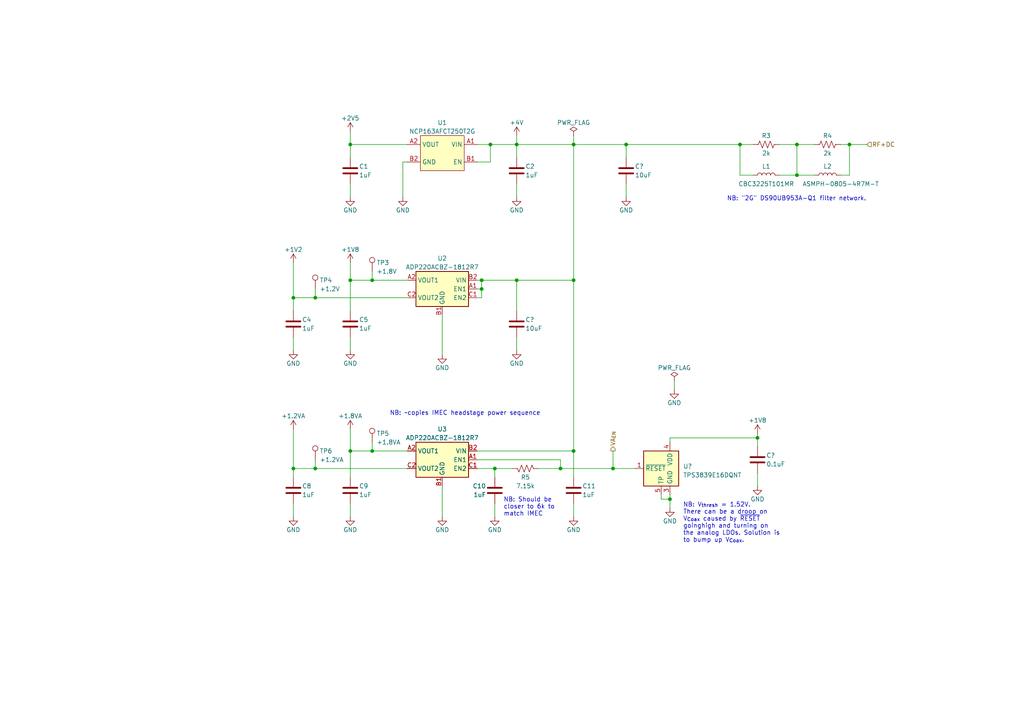
<source format=kicad_sch>
(kicad_sch (version 20230121) (generator eeschema)
  (paper "A4")
  (title_block (title "ONIX Neuropixels 1.0 Economical Headstage") (date "2021-12-16") (rev "B") (company "Open Ephys, Inc") (comment 1 "Jonathan P. Newman"))
  (lib_symbols
    (symbol "Connector:TestPoint" (pin_numbers hide) (pin_names (offset 0.762) hide)
      (property "Reference" "TP" (at 0 6.858 0))
      (property "Value" "TestPoint" (at 0 5.08 0))
      (symbol "TestPoint_0_1"
        (circle (center 0 3.302) (radius 0.762))
      )
      (symbol "TestPoint_1_1"
        (pin passive line (at 0 0 90) (length 2.54) (name "1") (number "1"))
      )
    )
    (symbol "Device:C" (pin_numbers hide) (pin_names (offset 0.254))
      (property "Reference" "C" (at 0.635 2.54 0))
      (property "Value" "C" (at 0.635 -2.54 0))
      (symbol "C_0_1"
        (polyline (pts (xy -2.032 -0.762) (xy 2.032 -0.762)) (stroke (width 0.508)))
        (polyline (pts (xy -2.032 0.762) (xy 2.032 0.762)) (stroke (width 0.508)))
      )
      (symbol "C_1_1"
        (pin passive line (at 0 3.81 270) (length 2.794) (name "~") (number "1"))
        (pin passive line (at 0 -3.81 90) (length 2.794) (name "~") (number "2"))
      )
    )
    (symbol "Device:L" (pin_numbers hide) (pin_names (offset 1.016) hide)
      (property "Reference" "L" (at -1.27 0 90))
      (property "Value" "L" (at 1.905 0 90))
      (symbol "L_0_1"
        (arc (start 0 -2.54) (mid 0.6323 -1.905) (end 0 -1.27))
        (arc (start 0 -1.27) (mid 0.6323 -0.635) (end 0 0))
        (arc (start 0 0) (mid 0.6323 0.635) (end 0 1.27))
        (arc (start 0 1.27) (mid 0.6323 1.905) (end 0 2.54))
      )
      (symbol "L_1_1"
        (pin passive line (at 0 3.81 270) (length 1.27) (name "1") (number "1"))
        (pin passive line (at 0 -3.81 90) (length 1.27) (name "2") (number "2"))
      )
    )
    (symbol "Device:R_US" (pin_numbers hide) (pin_names (offset 0))
      (property "Reference" "R" (at 2.54 0 90))
      (property "Value" "R_US" (at -2.54 0 90))
      (symbol "R_US_0_1"
        (polyline (pts (xy 0 -2.286) (xy 0 -2.54)))
        (polyline (pts (xy 0 2.286) (xy 0 2.54)))
        (polyline (pts (xy 0 -0.762) (xy 1.016 -1.143) (xy 0 -1.524) (xy -1.016 -1.905) (xy 0 -2.286)))
        (polyline (pts (xy 0 0.762) (xy 1.016 0.381) (xy 0 0) (xy -1.016 -0.381) (xy 0 -0.762)))
        (polyline (pts (xy 0 2.286) (xy 1.016 1.905) (xy 0 1.524) (xy -1.016 1.143) (xy 0 0.762)))
      )
      (symbol "R_US_1_1"
        (pin passive line (at 0 3.81 270) (length 1.27) (name "~") (number "1"))
        (pin passive line (at 0 -3.81 90) (length 1.27) (name "~") (number "2"))
      )
    )
    (symbol "Power_Supervisor:TPS3839DQN"
      (property "Reference" "U" (at 2.54 8.89 0))
      (property "Value" "TPS3839DQN" (at 2.54 6.35 0))
      (symbol "TPS3839DQN_0_1"
        (rectangle (start -2.54 5.08) (end 7.62 -5.08) (stroke (width 0.254)) (fill (type background)))
      )
      (symbol "TPS3839DQN_1_1"
        (pin output line (at 10.16 0 180) (length 2.54) (name "~{RESET}") (number "1"))
        (pin no_connect line (at -2.54 0 0) (length 2.54) hide (name "NC") (number "2"))
        (pin power_in line (at 0 -7.62 90) (length 2.54) (name "GND") (number "3"))
        (pin power_in line (at 0 7.62 270) (length 2.54) (name "VDD") (number "4"))
        (pin power_in line (at 2.54 -7.62 90) (length 2.54) (name "TP") (number "5"))
      )
    )
    (symbol "jonnew:+1.2VA" (power) (pin_names (offset 0))
      (property "Value" "+1.2VA" (at 0 3.556 0))
      (symbol "+1.2VA_0_1"
        (polyline (pts (xy -0.762 1.27) (xy 0 2.54)))
        (polyline (pts (xy 0 0) (xy 0 2.54)))
        (polyline (pts (xy 0 2.54) (xy 0.762 1.27)))
      )
      (symbol "+1.2VA_1_1"
        (pin power_in line (at 0 0 90) (length 0) hide (name "+1.2VA") (number "1"))
      )
    )
    (symbol "jonnew:+1.8VA" (power) (pin_names (offset 0))
      (property "Value" "+1.8VA" (at 0 3.556 0))
      (symbol "+1.8VA_0_1"
        (polyline (pts (xy -0.762 1.27) (xy 0 2.54)))
        (polyline (pts (xy 0 0) (xy 0 2.54)))
        (polyline (pts (xy 0 2.54) (xy 0.762 1.27)))
      )
      (symbol "+1.8VA_1_1"
        (pin power_in line (at 0 0 90) (length 0) hide (name "+1.8VA") (number "1"))
      )
    )
    (symbol "jonnew:LDO_EN"
      (property "Reference" "U" (at 0 8.89 0))
      (property "Value" "LDO_EN" (at 0 6.35 0))
      (symbol "LDO_EN_0_1"
        (rectangle (start -6.35 5.08) (end 6.35 -5.08) (stroke (width 0.1524)) (fill (type background)))
      )
      (symbol "LDO_EN_1_1"
        (pin power_in line (at -10.16 2.54 0) (length 3.81) (name "VIN") (number "A1"))
        (pin power_out line (at 10.16 2.54 180) (length 3.81) (name "VOUT") (number "A2"))
        (pin input line (at -10.16 -2.54 0) (length 3.81) (name "EN") (number "B1"))
        (pin power_in line (at 10.16 -2.54 180) (length 3.81) (name "GND") (number "B2"))
      )
    )
    (symbol "open-ephys:ADP22xXXXX"
      (property "Reference" "U" (at 0 8.89 0))
      (property "Value" "ADP22xXXXX" (at 0 6.35 0))
      (symbol "ADP22xXXXX_0_1"
        (rectangle (start -7.62 5.08) (end 7.62 -5.08) (stroke (width 0.254)) (fill (type background)))
      )
      (symbol "ADP22xXXXX_1_1"
        (pin input line (at -10.16 0 0) (length 2.54) (name "EN1") (number "A1"))
        (pin power_out line (at 10.16 2.54 180) (length 2.54) (name "VOUT1") (number "A2"))
        (pin power_in line (at 0 -7.62 90) (length 2.54) (name "GND") (number "B1"))
        (pin power_in line (at -10.16 2.54 0) (length 2.54) (name "VIN") (number "B2"))
        (pin input line (at -10.16 -2.54 0) (length 2.54) (name "EN2") (number "C1"))
        (pin power_out line (at 10.16 -2.54 180) (length 2.54) (name "VOUT2") (number "C2"))
      )
    )
    (symbol "power:+1V2" (power) (pin_names (offset 0))
      (property "Value" "+1V2" (at 0 3.556 0))
      (symbol "+1V2_0_1"
        (polyline (pts (xy -0.762 1.27) (xy 0 2.54)))
        (polyline (pts (xy 0 0) (xy 0 2.54)))
        (polyline (pts (xy 0 2.54) (xy 0.762 1.27)))
      )
      (symbol "+1V2_1_1"
        (pin power_in line (at 0 0 90) (length 0) hide (name "+1V2") (number "1"))
      )
    )
    (symbol "power:+1V8" (power) (pin_names (offset 0))
      (property "Value" "+1V8" (at 0 3.556 0))
      (symbol "+1V8_0_1"
        (polyline (pts (xy -0.762 1.27) (xy 0 2.54)))
        (polyline (pts (xy 0 0) (xy 0 2.54)))
        (polyline (pts (xy 0 2.54) (xy 0.762 1.27)))
      )
      (symbol "+1V8_1_1"
        (pin power_in line (at 0 0 90) (length 0) hide (name "+1V8") (number "1"))
      )
    )
    (symbol "power:+2V5" (power) (pin_names (offset 0))
      (property "Value" "+2V5" (at 0 3.556 0))
      (symbol "+2V5_0_1"
        (polyline (pts (xy -0.762 1.27) (xy 0 2.54)))
        (polyline (pts (xy 0 0) (xy 0 2.54)))
        (polyline (pts (xy 0 2.54) (xy 0.762 1.27)))
      )
      (symbol "+2V5_1_1"
        (pin power_in line (at 0 0 90) (length 0) hide (name "+2V5") (number "1"))
      )
    )
    (symbol "power:+4V" (power) (pin_names (offset 0))
      (property "Value" "+4V" (at 0 3.556 0))
      (symbol "+4V_0_1"
        (polyline (pts (xy -0.762 1.27) (xy 0 2.54)))
        (polyline (pts (xy 0 0) (xy 0 2.54)))
        (polyline (pts (xy 0 2.54) (xy 0.762 1.27)))
      )
      (symbol "+4V_1_1"
        (pin power_in line (at 0 0 90) (length 0) hide (name "+4V") (number "1"))
      )
    )
    (symbol "power:GND" (power) (pin_names (offset 0))
      (property "Value" "GND" (at 0 -3.81 0))
      (symbol "GND_0_1"
        (polyline (pts (xy 0 0) (xy 0 -1.27) (xy 1.27 -1.27) (xy 0 -2.54) (xy -1.27 -1.27) (xy 0 -1.27)))
      )
      (symbol "GND_1_1"
        (pin power_in line (at 0 0 270) (length 0) hide (name "GND") (number "1"))
      )
    )
    (symbol "power:PWR_FLAG" (power) (pin_numbers hide) (pin_names (offset 0) hide)
      (property "Value" "PWR_FLAG" (at 0 3.81 0))
      (symbol "PWR_FLAG_0_0"
        (pin power_out line (at 0 0 90) (length 0) (name "pwr") (number "1"))
      )
      (symbol "PWR_FLAG_0_1"
        (polyline (pts (xy 0 0) (xy 0 1.27) (xy -1.016 1.905) (xy 0 2.54) (xy 1.016 1.905) (xy 0 1.27)))
      )
    )
  )
  (junction (at 85.09 135.89))
  (junction (at 139.7 83.82))
  (junction (at 246.38 41.91))
  (junction (at 162.56 135.89))
  (junction (at 101.6 41.91))
  (junction (at 194.31 144.78))
  (junction (at 149.86 41.91))
  (junction (at 139.7 81.28))
  (junction (at 107.95 81.28))
  (junction (at 166.37 130.81))
  (junction (at 166.37 41.91))
  (junction (at 214.63 41.91))
  (junction (at 181.61 41.91))
  (junction (at 85.09 86.36))
  (junction (at 142.24 41.91))
  (junction (at 177.8 135.89))
  (junction (at 149.86 81.28))
  (junction (at 107.95 130.81))
  (junction (at 101.6 130.81))
  (junction (at 231.14 41.91))
  (junction (at 143.51 135.89))
  (junction (at 166.37 81.28))
  (junction (at 231.14 50.8))
  (junction (at 101.6 81.28))
  (junction (at 91.44 86.36))
  (junction (at 219.71 127))
  (junction (at 91.44 135.89))
  (wire (pts (xy 166.37 130.81) (xy 166.37 138.43)))
  (wire (pts (xy 107.95 130.81) (xy 101.6 130.81)))
  (wire (pts (xy 101.6 130.81) (xy 101.6 138.43)))
  (wire (pts (xy 218.44 50.8) (xy 214.63 50.8)))
  (wire (pts (xy 214.63 50.8) (xy 214.63 41.91)))
  (wire (pts (xy 219.71 127) (xy 219.71 129.54)))
  (wire (pts (xy 166.37 39.37) (xy 166.37 41.91)))
  (wire (pts (xy 149.86 39.37) (xy 149.86 41.91)))
  (wire (pts (xy 166.37 41.91) (xy 181.61 41.91)))
  (wire (pts (xy 181.61 41.91) (xy 214.63 41.91)))
  (wire (pts (xy 181.61 41.91) (xy 181.61 45.72)))
  (wire (pts (xy 231.14 41.91) (xy 236.22 41.91)))
  (wire (pts (xy 226.06 41.91) (xy 231.14 41.91)))
  (wire (pts (xy 243.84 41.91) (xy 246.38 41.91)))
  (wire (pts (xy 246.38 50.8) (xy 243.84 50.8)))
  (wire (pts (xy 246.38 41.91) (xy 246.38 50.8)))
  (wire (pts (xy 149.86 81.28) (xy 166.37 81.28)))
  (wire (pts (xy 166.37 130.81) (xy 138.43 130.81)))
  (wire (pts (xy 101.6 97.79) (xy 101.6 101.6)))
  (wire (pts (xy 177.8 130.81) (xy 177.8 135.89)))
  (wire (pts (xy 156.21 135.89) (xy 162.56 135.89)))
  (wire (pts (xy 143.51 146.05) (xy 143.51 149.86)))
  (wire (pts (xy 85.09 124.46) (xy 85.09 135.89)))
  (wire (pts (xy 226.06 50.8) (xy 231.14 50.8)))
  (wire (pts (xy 231.14 50.8) (xy 236.22 50.8)))
  (wire (pts (xy 118.11 130.81) (xy 107.95 130.81)))
  (wire (pts (xy 139.7 83.82) (xy 139.7 81.28)))
  (wire (pts (xy 138.43 41.91) (xy 142.24 41.91)))
  (wire (pts (xy 91.44 86.36) (xy 118.11 86.36)))
  (wire (pts (xy 138.43 135.89) (xy 143.51 135.89)))
  (wire (pts (xy 91.44 83.82) (xy 91.44 86.36)))
  (wire (pts (xy 139.7 81.28) (xy 149.86 81.28)))
  (wire (pts (xy 101.6 38.1) (xy 101.6 41.91)))
  (wire (pts (xy 195.58 110.49) (xy 195.58 113.03)))
  (wire (pts (xy 139.7 86.36) (xy 139.7 83.82)))
  (wire (pts (xy 166.37 81.28) (xy 166.37 130.81)))
  (wire (pts (xy 101.6 41.91) (xy 101.6 45.72)))
  (wire (pts (xy 138.43 46.99) (xy 142.24 46.99)))
  (wire (pts (xy 194.31 143.51) (xy 194.31 144.78)))
  (wire (pts (xy 219.71 125.73) (xy 219.71 127)))
  (wire (pts (xy 101.6 146.05) (xy 101.6 149.86)))
  (wire (pts (xy 91.44 135.89) (xy 85.09 135.89)))
  (wire (pts (xy 107.95 128.27) (xy 107.95 130.81)))
  (wire (pts (xy 85.09 146.05) (xy 85.09 149.86)))
  (wire (pts (xy 149.86 41.91) (xy 166.37 41.91)))
  (wire (pts (xy 85.09 97.79) (xy 85.09 101.6)))
  (wire (pts (xy 143.51 135.89) (xy 148.59 135.89)))
  (wire (pts (xy 101.6 81.28) (xy 107.95 81.28)))
  (wire (pts (xy 214.63 41.91) (xy 218.44 41.91)))
  (wire (pts (xy 219.71 127) (xy 194.31 127)))
  (wire (pts (xy 107.95 78.74) (xy 107.95 81.28)))
  (wire (pts (xy 101.6 41.91) (xy 118.11 41.91)))
  (wire (pts (xy 194.31 144.78) (xy 194.31 147.32)))
  (wire (pts (xy 162.56 133.35) (xy 162.56 135.89)))
  (wire (pts (xy 149.86 41.91) (xy 149.86 45.72)))
  (wire (pts (xy 138.43 81.28) (xy 139.7 81.28)))
  (wire (pts (xy 107.95 81.28) (xy 118.11 81.28)))
  (wire (pts (xy 101.6 76.2) (xy 101.6 81.28)))
  (wire (pts (xy 142.24 41.91) (xy 149.86 41.91)))
  (wire (pts (xy 118.11 135.89) (xy 91.44 135.89)))
  (wire (pts (xy 194.31 127) (xy 194.31 128.27)))
  (wire (pts (xy 91.44 133.35) (xy 91.44 135.89)))
  (wire (pts (xy 116.84 46.99) (xy 116.84 57.15)))
  (wire (pts (xy 118.11 46.99) (xy 116.84 46.99)))
  (wire (pts (xy 85.09 86.36) (xy 91.44 86.36)))
  (wire (pts (xy 246.38 41.91) (xy 251.46 41.91)))
  (wire (pts (xy 101.6 81.28) (xy 101.6 90.17)))
  (wire (pts (xy 166.37 41.91) (xy 166.37 81.28)))
  (wire (pts (xy 138.43 133.35) (xy 162.56 133.35)))
  (wire (pts (xy 191.77 143.51) (xy 191.77 144.78)))
  (wire (pts (xy 138.43 86.36) (xy 139.7 86.36)))
  (wire (pts (xy 166.37 146.05) (xy 166.37 149.86)))
  (wire (pts (xy 194.31 144.78) (xy 191.77 144.78)))
  (wire (pts (xy 231.14 41.91) (xy 231.14 50.8)))
  (wire (pts (xy 85.09 135.89) (xy 85.09 138.43)))
  (wire (pts (xy 181.61 53.34) (xy 181.61 57.15)))
  (wire (pts (xy 219.71 140.97) (xy 219.71 137.16)))
  (wire (pts (xy 162.56 135.89) (xy 177.8 135.89)))
  (wire (pts (xy 177.8 135.89) (xy 184.15 135.89)))
  (wire (pts (xy 85.09 76.2) (xy 85.09 86.36)))
  (wire (pts (xy 142.24 41.91) (xy 142.24 46.99)))
  (wire (pts (xy 128.27 140.97) (xy 128.27 149.86)))
  (wire (pts (xy 128.27 91.44) (xy 128.27 102.87)))
  (wire (pts (xy 101.6 53.34) (xy 101.6 57.15)))
  (wire (pts (xy 149.86 97.79) (xy 149.86 101.6)))
  (wire (pts (xy 149.86 81.28) (xy 149.86 90.17)))
  (wire (pts (xy 149.86 53.34) (xy 149.86 57.15)))
  (wire (pts (xy 143.51 135.89) (xy 143.51 138.43)))
  (wire (pts (xy 101.6 124.46) (xy 101.6 130.81)))
  (wire (pts (xy 85.09 86.36) (xy 85.09 90.17)))
  (wire (pts (xy 138.43 83.82) (xy 139.7 83.82)))
  (text "NB: V_{thresh} = 1.52V.\nThere can be a droop on \nV_{Coax} caused by ~{RESET} \ngoinghigh and turning on \nthe analog LDOs. Solution is\nto bump up V_{Coax}." (at 198.12 157.48 0) (effects (font (size 1.27 1.27)) (justify left bottom)))
  (text "NB: ~copies IMEC headstage power sequence" (at 113.03 120.65 0) (effects (font (size 1.27 1.27)) (justify left bottom)))
  (text "NB: Should be \ncloser to 6k to\nmatch IMEC" (at 146.05 149.86 0) (effects (font (size 1.27 1.27)) (justify left bottom)))
  (text "NB: \"2G\" DS90UB953A-Q1 filter network." (at 210.82 58.42 0) (effects (font (size 1.27 1.27)) (justify left bottom)))
  (hierarchical_label "RF+DC" (shape input) (at 251.46 41.91 0))
  (hierarchical_label "VA_{EN}" (shape output) (at 177.8 130.81 90))
  (symbol (lib_id "Power_Supervisor:TPS3839DQN") (at 194.31 135.89 0) (mirror y) (unit 1)
    (property "Reference" "U?" (at 198.12 135.255 0) (effects (justify right)))
    (property "Value" "TPS3839E16DQNT " (at 198.12 137.795 0) (effects (justify right)))
    (property "Footprint" "Package_SON:Texas_X2SON-4_1x1mm_P0.65mm" (effects hide))
    (property "Datasheet" "http://www.ti.com/lit/ds/sbvs193d/sbvs193d.pdf" (effects hide))
    (instances (project "headstage-neuropix1e" (path "" (reference "U?") (unit 1)) (path "" (reference "U4") (unit 1))))
  )
  (symbol (lib_id "jonnew:+1.8VA") (at 101.6 124.46 0) (mirror y) (unit 1)
    (property "Reference" "#PWR020" (effects hide))
    (property "Value" "+1.8VA" (at 101.6 120.65 0))
  )
  (symbol (lib_id "power:GND") (at 195.58 113.03 0) (unit 1)
    (property "Reference" "#PWR018" (effects hide))
    (property "Value" "GND" (at 195.58 116.84 0))
  )
  (symbol (lib_id "Device:C") (at 149.86 49.53 0) (unit 1)
    (property "Reference" "C2" (at 152.4 48.26 0) (effects (justify left)))
    (property "Value" "1uF" (at 152.4 50.8 0) (effects (justify left)))
    (property "Footprint" "Capacitor_SMD:C_0201_0603Metric" (effects hide))
    (property "TempCo" "X5R" (effects hide))
    (property "Voltage" "10V" (effects hide))
    (property "CASE/PACKAGE" "0201" (effects hide))
  )
  (symbol (lib_id "power:GND") (at 116.84 57.15 0) (unit 1)
    (property "Reference" "#PWR09" (effects hide))
    (property "Value" "GND" (at 116.84 60.96 0))
    (instances (project "headstage-neuropix1e" (path "" (reference "#PWR09") (unit 1))) (project "headstage-rhs2116" (path "" (reference "#PWR040") (unit 1))))
  )
  (symbol (lib_id "power:GND") (at 85.09 101.6 0) (unit 1)
    (property "Reference" "#PWR014" (effects hide))
    (property "Value" "GND" (at 85.09 105.41 0))
  )
  (symbol (lib_id "Connector:TestPoint") (at 91.44 133.35 0) (unit 1) (in_bom no)
    (property "Reference" "TP6" (at 92.71 130.81 0) (effects (justify left)))
    (property "Value" "+1.2VA" (at 92.71 133.35 0) (effects (justify left)))
    (property "Footprint" "jonnew:TestPoint_Pad_D0.6mm" (effects hide))
    (instances (project "headstage-neuropix1e" (path "" (reference "TP6") (unit 1))) (project "headstage-rhs2116" (path "" (reference "TP4") (unit 1))))
  )
  (symbol (lib_id "Device:R_US") (at 152.4 135.89 270) (mirror x) (unit 1)
    (property "Reference" "R5" (at 152.4 138.43 90))
    (property "Value" "7.15k" (at 152.4 140.97 90))
    (property "Footprint" "Resistor_SMD:R_0201_0603Metric" (effects hide))
    (property "CASE/PACKAGE" "0201" (effects hide))
    (property "Tolerance" "1%" (effects hide))
  )
  (symbol (lib_id "Device:C") (at 166.37 142.24 0) (unit 1)
    (property "Reference" "C11" (at 168.91 140.97 0) (effects (justify left)))
    (property "Value" "1uF" (at 168.91 143.51 0) (effects (justify left)))
    (property "Footprint" "Capacitor_SMD:C_0201_0603Metric" (effects hide))
    (property "TempCo" "X5R" (effects hide))
    (property "Voltage" "10V" (effects hide))
    (property "CASE/PACKAGE" "0201" (effects hide))
  )
  (symbol (lib_id "power:GND") (at 194.31 147.32 0) (mirror y) (unit 1)
    (property "Reference" "#PWR?" (effects hide))
    (property "Value" "GND" (at 194.31 151.13 0))
    (instances (project "headstage-neuropix1e" (path "" (reference "#PWR?") (unit 1)) (path "" (reference "#PWR?") (unit 1)) (path "" (reference "#PWR023") (unit 1))))
  )
  (symbol (lib_id "power:PWR_FLAG") (at 195.58 110.49 0) (unit 1)
    (property "Reference" "#FLG02" (effects hide))
    (property "Value" "PWR_FLAG" (at 195.58 106.68 0))
  )
  (symbol (lib_id "Device:L") (at 240.03 50.8 270) (mirror x) (unit 1)
    (property "Reference" "L2" (at 240.03 48.26 90))
    (property "Value" "ASMPH-0805-4R7M-T" (at 243.84 53.34 90))
    (property "Footprint" "Inductor_SMD:L_0805_2012Metric" (effects hide))
    (property "CASE/PACKAGE" "0805" (effects hide))
  )
  (symbol (lib_id "Device:C") (at 85.09 142.24 0) (unit 1)
    (property "Reference" "C8" (at 87.63 140.97 0) (effects (justify left)))
    (property "Value" "1uF" (at 87.63 143.51 0) (effects (justify left)))
    (property "Footprint" "Capacitor_SMD:C_0201_0603Metric" (effects hide))
    (property "TempCo" "X5R" (effects hide))
    (property "Voltage" "10V" (effects hide))
    (property "CASE/PACKAGE" "0201" (effects hide))
  )
  (symbol (lib_id "power:GND") (at 128.27 149.86 0) (mirror y) (unit 1)
    (property "Reference" "#PWR026" (effects hide))
    (property "Value" "GND" (at 128.27 153.67 0))
  )
  (symbol (lib_id "Device:C") (at 101.6 93.98 0) (unit 1)
    (property "Reference" "C5" (at 104.14 92.71 0) (effects (justify left)))
    (property "Value" "1uF" (at 104.14 95.25 0) (effects (justify left)))
    (property "Footprint" "Capacitor_SMD:C_0201_0603Metric" (effects hide))
    (property "TempCo" "X5R" (effects hide))
    (property "Voltage" "10V" (effects hide))
    (property "CASE/PACKAGE" "0201" (effects hide))
  )
  (symbol (lib_id "power:GND") (at 128.27 102.87 0) (unit 1)
    (property "Reference" "#PWR017" (effects hide))
    (property "Value" "GND" (at 128.27 106.68 0))
  )
  (symbol (lib_id "power:+1V8") (at 219.71 125.73 0) (unit 1)
    (property "Reference" "#PWR?" (effects hide))
    (property "Value" "+1V8" (at 219.71 121.92 0))
    (instances (project "headstage-neuropix1e" (path "" (reference "#PWR?") (unit 1)) (path "" (reference "#PWR021") (unit 1))))
  )
  (symbol (lib_id "power:GND") (at 101.6 149.86 0) (mirror y) (unit 1)
    (property "Reference" "#PWR025" (effects hide))
    (property "Value" "GND" (at 101.6 153.67 0))
  )
  (symbol (lib_id "Connector:TestPoint") (at 107.95 128.27 0) (unit 1) (in_bom no)
    (property "Reference" "TP5" (at 109.22 125.73 0) (effects (justify left)))
    (property "Value" "+1.8VA" (at 109.22 128.27 0) (effects (justify left)))
    (property "Footprint" "jonnew:TestPoint_Pad_D0.6mm" (effects hide))
    (instances (project "headstage-neuropix1e" (path "" (reference "TP5") (unit 1))) (project "headstage-rhs2116" (path "" (reference "TP4") (unit 1))))
  )
  (symbol (lib_id "Device:C") (at 181.61 49.53 0) (unit 1)
    (property "Reference" "C?" (at 184.15 48.26 0) (effects (justify left)))
    (property "Value" "10uF" (at 184.15 50.8 0) (effects (justify left)))
    (property "Footprint" "Capacitor_SMD:C_0402_1005Metric" (effects hide))
    (property "TempCo" "X5R" (effects hide))
    (property "Voltage" "10V" (effects hide))
    (property "CASE/PACKAGE" "0402" (effects hide))
    (instances (project "headstage-neuropix1e" (path "" (reference "C?") (unit 1)) (path "" (reference "C3") (unit 1))))
  )
  (symbol (lib_id "Device:C") (at 101.6 142.24 0) (unit 1)
    (property "Reference" "C9" (at 104.14 140.97 0) (effects (justify left)))
    (property "Value" "1uF" (at 104.14 143.51 0) (effects (justify left)))
    (property "Footprint" "Capacitor_SMD:C_0201_0603Metric" (effects hide))
    (property "TempCo" "X5R" (effects hide))
    (property "Voltage" "10V" (effects hide))
    (property "CASE/PACKAGE" "0201" (effects hide))
  )
  (symbol (lib_id "power:GND") (at 101.6 57.15 0) (unit 1)
    (property "Reference" "#PWR08" (effects hide))
    (property "Value" "GND" (at 101.6 60.96 0))
    (instances (project "headstage-neuropix1e" (path "" (reference "#PWR08") (unit 1))) (project "headstage-rhs2116" (path "" (reference "#PWR025") (unit 1))))
  )
  (symbol (lib_id "open-ephys:ADP22xXXXX") (at 128.27 133.35 0) (mirror y) (unit 1)
    (property "Reference" "U3" (at 128.27 124.46 0))
    (property "Value" "ADP220ACBZ-1812R7" (at 128.27 127 0))
    (property "Footprint" "oe_common:ANALOG_CB-6-2_BGA-6_2x3_1.0x1.45mm" (effects hide))
    (property "Datasheet" "https://www.analog.com/media/en/technical-documentation/data-sheets/ADP220_221.pdf" (effects hide))
  )
  (symbol (lib_id "Device:C") (at 85.09 93.98 0) (unit 1)
    (property "Reference" "C4" (at 87.63 92.71 0) (effects (justify left)))
    (property "Value" "1uF" (at 87.63 95.25 0) (effects (justify left)))
    (property "Footprint" "Capacitor_SMD:C_0201_0603Metric" (effects hide))
    (property "TempCo" "X5R" (effects hide))
    (property "Voltage" "10V" (effects hide))
    (property "CASE/PACKAGE" "0201" (effects hide))
  )
  (symbol (lib_id "power:PWR_FLAG") (at 166.37 39.37 0) (unit 1)
    (property "Reference" "#FLG01" (effects hide))
    (property "Value" "PWR_FLAG" (at 166.37 35.56 0))
  )
  (symbol (lib_id "power:GND") (at 219.71 140.97 0) (mirror y) (unit 1)
    (property "Reference" "#PWR?" (effects hide))
    (property "Value" "GND" (at 219.71 144.78 0))
    (instances (project "headstage-neuropix1e" (path "" (reference "#PWR?") (unit 1)) (path "" (reference "#PWR022") (unit 1))))
  )
  (symbol (lib_id "open-ephys:ADP22xXXXX") (at 128.27 83.82 0) (mirror y) (unit 1)
    (property "Reference" "U2" (at 128.27 74.93 0))
    (property "Value" "ADP220ACBZ-1812R7" (at 128.27 77.47 0))
    (property "Footprint" "oe_common:ANALOG_CB-6-2_BGA-6_2x3_1.0x1.45mm" (effects hide))
    (property "Datasheet" "https://www.analog.com/media/en/technical-documentation/data-sheets/ADP220_221.pdf" (effects hide))
  )
  (symbol (lib_id "power:GND") (at 181.61 57.15 0) (unit 1)
    (property "Reference" "#PWR011" (effects hide))
    (property "Value" "GND" (at 181.61 60.96 0))
  )
  (symbol (lib_id "Device:R_US") (at 222.25 41.91 90) (unit 1)
    (property "Reference" "R3" (at 222.25 39.37 90))
    (property "Value" "2k" (at 222.25 44.45 90))
    (property "Footprint" "Resistor_SMD:R_0201_0603Metric" (effects hide))
    (property "CASE/PACKAGE" "0201" (effects hide))
    (property "Tolerance" "1%" (effects hide))
  )
  (symbol (lib_id "power:+1V8") (at 101.6 76.2 0) (unit 1)
    (property "Reference" "#PWR013" (effects hide))
    (property "Value" "+1V8" (at 101.6 72.39 0))
  )
  (symbol (lib_id "jonnew:LDO_EN") (at 128.27 44.45 0) (mirror y) (unit 1)
    (property "Reference" "U1" (at 128.27 35.56 0))
    (property "Value" "NCP163AFCT250T2G" (at 128.27 38.1 0))
    (property "Footprint" "jonnew:ONSEMI_567JZ_WLCSP4-0.64x0.64" (effects hide))
    (property "Datasheet" "https://www.mouser.com/datasheet/2/308/1/NCP163_D-2317108.pdf" (effects hide))
    (instances (project "headstage-neuropix1e" (path "" (reference "U1") (unit 1))) (project "headstage-rhs2116" (path "" (reference "U9") (unit 1))))
  )
  (symbol (lib_id "power:GND") (at 143.51 149.86 0) (mirror y) (unit 1)
    (property "Reference" "#PWR027" (effects hide))
    (property "Value" "GND" (at 143.51 153.67 0))
  )
  (symbol (lib_id "power:GND") (at 166.37 149.86 0) (mirror y) (unit 1)
    (property "Reference" "#PWR028" (effects hide))
    (property "Value" "GND" (at 166.37 153.67 0))
  )
  (symbol (lib_id "power:+1V2") (at 85.09 76.2 0) (unit 1)
    (property "Reference" "#PWR012" (effects hide))
    (property "Value" "+1V2" (at 85.09 72.39 0))
  )
  (symbol (lib_id "Device:R_US") (at 240.03 41.91 90) (unit 1)
    (property "Reference" "R4" (at 240.03 39.37 90))
    (property "Value" "2k" (at 240.03 44.45 90))
    (property "Footprint" "Resistor_SMD:R_0201_0603Metric" (effects hide))
    (property "CASE/PACKAGE" "0201" (effects hide))
    (property "Tolerance" "1%" (effects hide))
  )
  (symbol (lib_id "power:GND") (at 149.86 101.6 0) (unit 1)
    (property "Reference" "#PWR016" (effects hide))
    (property "Value" "GND" (at 149.86 105.41 0))
  )
  (symbol (lib_id "Device:C") (at 143.51 142.24 0) (mirror y) (unit 1)
    (property "Reference" "C10" (at 140.97 140.97 0) (effects (justify left)))
    (property "Value" "1uF" (at 140.97 143.51 0) (effects (justify left)))
    (property "Footprint" "Capacitor_SMD:C_0201_0603Metric" (effects hide))
    (property "TempCo" "X5R" (effects hide))
    (property "Voltage" "10V" (effects hide))
    (property "CASE/PACKAGE" "0201" (effects hide))
  )
  (symbol (lib_id "power:GND") (at 85.09 149.86 0) (mirror y) (unit 1)
    (property "Reference" "#PWR024" (effects hide))
    (property "Value" "GND" (at 85.09 153.67 0))
  )
  (symbol (lib_id "power:GND") (at 101.6 101.6 0) (unit 1)
    (property "Reference" "#PWR015" (effects hide))
    (property "Value" "GND" (at 101.6 105.41 0))
  )
  (symbol (lib_id "Device:C") (at 149.86 93.98 0) (unit 1)
    (property "Reference" "C?" (at 152.4 92.71 0) (effects (justify left)))
    (property "Value" "10uF" (at 152.4 95.25 0) (effects (justify left)))
    (property "Footprint" "Capacitor_SMD:C_0402_1005Metric" (effects hide))
    (property "TempCo" "X5R" (effects hide))
    (property "Voltage" "10V" (effects hide))
    (property "CASE/PACKAGE" "0402" (effects hide))
    (instances (project "headstage-neuropix1e" (path "" (reference "C?") (unit 1)) (path "" (reference "C6") (unit 1))))
  )
  (symbol (lib_id "Device:C") (at 101.6 49.53 0) (unit 1)
    (property "Reference" "C1" (at 104.14 48.26 0) (effects (justify left)))
    (property "Value" "1uF" (at 104.14 50.8 0) (effects (justify left)))
    (property "Footprint" "Capacitor_SMD:C_0201_0603Metric" (effects hide))
    (property "TempCo" "X5R" (effects hide))
    (property "Voltage" "10V" (effects hide))
    (property "CASE/PACKAGE" "0201" (effects hide))
  )
  (symbol (lib_id "Connector:TestPoint") (at 91.44 83.82 0) (unit 1) (in_bom no)
    (property "Reference" "TP4" (at 92.71 81.28 0) (effects (justify left)))
    (property "Value" "+1.2V" (at 92.71 83.82 0) (effects (justify left)))
    (property "Footprint" "jonnew:TestPoint_Pad_D0.6mm" (effects hide))
  )
  (symbol (lib_id "Device:L") (at 222.25 50.8 90) (unit 1)
    (property "Reference" "L1" (at 222.25 48.26 90))
    (property "Value" "CBC3225T101MR" (at 222.25 53.34 90))
    (property "Footprint" "Inductor_SMD:L_1210_3225Metric" (effects hide))
    (property "CASE/PACKAGE" "1210" (effects hide))
  )
  (symbol (lib_id "power:GND") (at 149.86 57.15 0) (unit 1)
    (property "Reference" "#PWR010" (effects hide))
    (property "Value" "GND" (at 149.86 60.96 0))
    (instances (project "headstage-neuropix1e" (path "" (reference "#PWR010") (unit 1))) (project "headstage-rhs2116" (path "" (reference "#PWR043") (unit 1))))
  )
  (symbol (lib_id "power:+2V5") (at 101.6 38.1 0) (unit 1)
    (property "Reference" "#PWR06" (effects hide))
    (property "Value" "+2V5" (at 101.6 34.29 0))
  )
  (symbol (lib_id "power:+4V") (at 149.86 39.37 0) (unit 1)
    (property "Reference" "#PWR07" (effects hide))
    (property "Value" "+4V" (at 149.86 35.56 0))
  )
  (symbol (lib_id "Device:C") (at 219.71 133.35 0) (unit 1)
    (property "Reference" "C?" (at 222.25 132.08 0) (effects (justify left)))
    (property "Value" "0.1uF" (at 222.25 134.62 0) (effects (justify left)))
    (property "Footprint" "Capacitor_SMD:C_0201_0603Metric" (effects hide))
    (property "TempCo" "X7R" (effects hide))
    (property "Voltage" "25V" (effects hide))
    (property "CASE/PACKAGE" "0201" (effects hide))
    (instances (project "headstage-neuropix1e" (path "" (reference "C?") (unit 1)) (path "" (reference "C7") (unit 1))))
  )
  (symbol (lib_id "Connector:TestPoint") (at 107.95 78.74 0) (unit 1) (in_bom no)
    (property "Reference" "TP3" (at 109.22 76.2 0) (effects (justify left)))
    (property "Value" "+1.8V" (at 109.22 78.74 0) (effects (justify left)))
    (property "Footprint" "jonnew:TestPoint_Pad_D0.6mm" (effects hide))
    (instances (project "headstage-neuropix1e" (path "" (reference "TP3") (unit 1))) (project "headstage-rhs2116" (path "" (reference "TP4") (unit 1))))
  )
  (symbol (lib_id "jonnew:+1.2VA") (at 85.09 124.46 0) (mirror y) (unit 1)
    (property "Reference" "#PWR?" (effects hide))
    (property "Value" "+1.2VA" (at 85.09 120.65 0))
    (instances (project "headstage-neuropix1e" (path "" (reference "#PWR?") (unit 1)) (path "" (reference "#PWR019") (unit 1))))
  )
)
</source>
